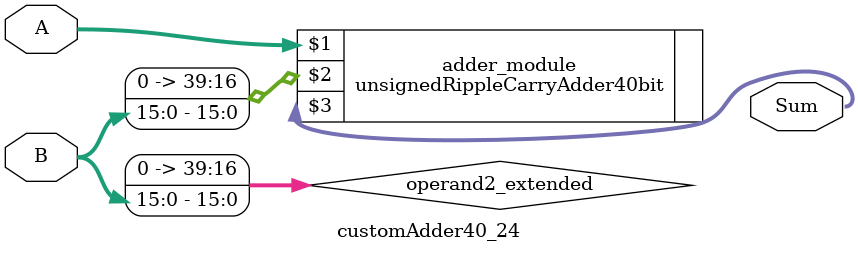
<source format=v>
module customAdder40_24(
                        input [39 : 0] A,
                        input [15 : 0] B,
                        
                        output [40 : 0] Sum
                );

        wire [39 : 0] operand2_extended;
        
        assign operand2_extended =  {24'b0, B};
        
        unsignedRippleCarryAdder40bit adder_module(
            A,
            operand2_extended,
            Sum
        );
        
        endmodule
        
</source>
